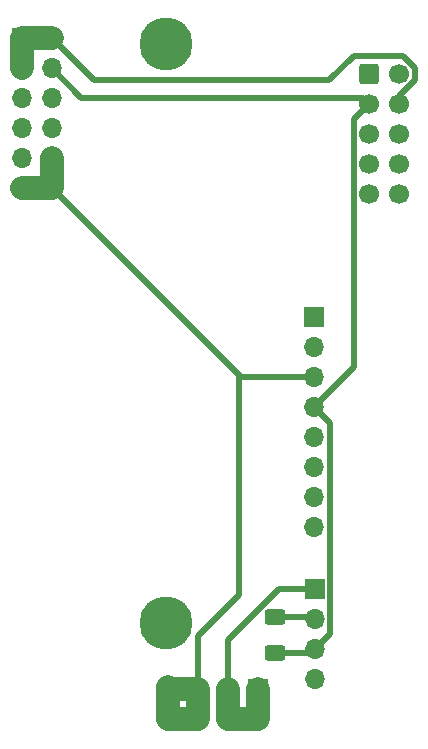
<source format=gbr>
%TF.GenerationSoftware,KiCad,Pcbnew,8.0.6*%
%TF.CreationDate,2025-02-12T12:21:41-05:00*%
%TF.ProjectId,prog,70726f67-2e6b-4696-9361-645f70636258,rev?*%
%TF.SameCoordinates,Original*%
%TF.FileFunction,Copper,L1,Top*%
%TF.FilePolarity,Positive*%
%FSLAX46Y46*%
G04 Gerber Fmt 4.6, Leading zero omitted, Abs format (unit mm)*
G04 Created by KiCad (PCBNEW 8.0.6) date 2025-02-12 12:21:41*
%MOMM*%
%LPD*%
G01*
G04 APERTURE LIST*
G04 Aperture macros list*
%AMRoundRect*
0 Rectangle with rounded corners*
0 $1 Rounding radius*
0 $2 $3 $4 $5 $6 $7 $8 $9 X,Y pos of 4 corners*
0 Add a 4 corners polygon primitive as box body*
4,1,4,$2,$3,$4,$5,$6,$7,$8,$9,$2,$3,0*
0 Add four circle primitives for the rounded corners*
1,1,$1+$1,$2,$3*
1,1,$1+$1,$4,$5*
1,1,$1+$1,$6,$7*
1,1,$1+$1,$8,$9*
0 Add four rect primitives between the rounded corners*
20,1,$1+$1,$2,$3,$4,$5,0*
20,1,$1+$1,$4,$5,$6,$7,0*
20,1,$1+$1,$6,$7,$8,$9,0*
20,1,$1+$1,$8,$9,$2,$3,0*%
G04 Aperture macros list end*
%TA.AperFunction,ComponentPad*%
%ADD10R,1.700000X1.700000*%
%TD*%
%TA.AperFunction,ComponentPad*%
%ADD11O,1.700000X1.700000*%
%TD*%
%TA.AperFunction,ComponentPad*%
%ADD12RoundRect,0.250000X-0.600000X-0.600000X0.600000X-0.600000X0.600000X0.600000X-0.600000X0.600000X0*%
%TD*%
%TA.AperFunction,ComponentPad*%
%ADD13C,1.700000*%
%TD*%
%TA.AperFunction,SMDPad,CuDef*%
%ADD14RoundRect,0.250000X-0.625000X0.400000X-0.625000X-0.400000X0.625000X-0.400000X0.625000X0.400000X0*%
%TD*%
%TA.AperFunction,ComponentPad*%
%ADD15C,4.500000*%
%TD*%
%TA.AperFunction,Conductor*%
%ADD16C,2.000000*%
%TD*%
%TA.AperFunction,Conductor*%
%ADD17C,0.500000*%
%TD*%
G04 APERTURE END LIST*
D10*
%TO.P,J14,1,Pin_1*%
%TO.N,VCC*%
X124000000Y-98100000D03*
D11*
%TO.P,J14,2,Pin_2*%
X124000000Y-100640000D03*
%TO.P,J14,3,Pin_3*%
X121460000Y-98100000D03*
%TO.P,J14,4,Pin_4*%
X121460000Y-100640000D03*
%TO.P,J14,5,Pin_5*%
%TO.N,GND*%
X118920000Y-98100000D03*
%TO.P,J14,6,Pin_6*%
X118920000Y-100640000D03*
%TO.P,J14,7,Pin_7*%
X116380000Y-98100000D03*
%TO.P,J14,8,Pin_8*%
X116380000Y-100640000D03*
%TD*%
D10*
%TO.P,J1,1,Pin_1*%
%TO.N,unconnected-(J1-Pin_1-Pad1)*%
X128750000Y-66570000D03*
D11*
%TO.P,J1,2,Pin_2*%
%TO.N,VCC*%
X128750000Y-69110000D03*
%TO.P,J1,3,Pin_3*%
%TO.N,GND*%
X128750000Y-71650000D03*
%TO.P,J1,4,Pin_4*%
%TO.N,Signal*%
X128750000Y-74190000D03*
%TO.P,J1,5,Pin_5*%
%TO.N,unconnected-(J1-Pin_5-Pad5)*%
X128750000Y-76730000D03*
%TO.P,J1,6,Pin_6*%
%TO.N,unconnected-(J1-Pin_6-Pad6)*%
X128750000Y-79270000D03*
%TO.P,J1,7,Pin_7*%
%TO.N,unconnected-(J1-Pin_7-Pad7)*%
X128750000Y-81810000D03*
%TO.P,J1,8,Pin_8*%
%TO.N,unconnected-(J1-Pin_8-Pad8)*%
X128750000Y-84350000D03*
%TD*%
D12*
%TO.P,J2,1,Pin_1*%
%TO.N,unconnected-(J2-Pin_1-Pad1)*%
X133450000Y-45990000D03*
D13*
%TO.P,J2,2,Pin_2*%
%TO.N,GND*%
X135990000Y-45990000D03*
%TO.P,J2,3,Pin_3*%
%TO.N,Signal*%
X133450000Y-48530000D03*
%TO.P,J2,4,Pin_4*%
%TO.N,VCC*%
X135990000Y-48530000D03*
%TO.P,J2,5,Pin_5*%
%TO.N,unconnected-(J2-Pin_5-Pad5)*%
X133450000Y-51070000D03*
%TO.P,J2,6,Pin_6*%
%TO.N,unconnected-(J2-Pin_6-Pad6)*%
X135990000Y-51070000D03*
%TO.P,J2,7,Pin_7*%
%TO.N,unconnected-(J2-Pin_7-Pad7)*%
X133450000Y-53610000D03*
%TO.P,J2,8,Pin_8*%
%TO.N,unconnected-(J2-Pin_8-Pad8)*%
X135990000Y-53610000D03*
%TO.P,J2,9,Pin_9*%
%TO.N,unconnected-(J2-Pin_9-Pad9)*%
X133450000Y-56150000D03*
%TO.P,J2,10,Pin_10*%
%TO.N,unconnected-(J2-Pin_10-Pad10)*%
X135990000Y-56150000D03*
%TD*%
D10*
%TO.P,J11,1,Pin_1*%
%TO.N,VCC*%
X104050000Y-42975000D03*
D11*
%TO.P,J11,2,Pin_2*%
X106590000Y-42975000D03*
%TO.P,J11,3,Pin_3*%
X104050000Y-45515000D03*
%TO.P,J11,4,Pin_4*%
%TO.N,Signal*%
X106590000Y-45515000D03*
%TO.P,J11,5,Pin_5*%
%TO.N,unconnected-(J11-Pin_5-Pad5)*%
X104050000Y-48055000D03*
%TO.P,J11,6,Pin_6*%
%TO.N,unconnected-(J11-Pin_6-Pad6)*%
X106590000Y-48055000D03*
%TO.P,J11,7,Pin_7*%
%TO.N,Red*%
X104050000Y-50595000D03*
%TO.P,J11,8,Pin_8*%
%TO.N,Green*%
X106590000Y-50595000D03*
%TO.P,J11,9,Pin_9*%
%TO.N,Blue*%
X104050000Y-53135000D03*
%TO.P,J11,10,Pin_10*%
%TO.N,GND*%
X106590000Y-53135000D03*
%TO.P,J11,11,Pin_11*%
X104050000Y-55675000D03*
%TO.P,J11,12,Pin_12*%
X106590000Y-55675000D03*
%TD*%
D14*
%TO.P,R1,1*%
%TO.N,Net-(J3-Pin_2)*%
X125450000Y-91950000D03*
%TO.P,R1,2*%
%TO.N,Signal*%
X125450000Y-95050000D03*
%TD*%
D15*
%TO.P,H5,1*%
%TO.N,N/C*%
X116200000Y-92480000D03*
%TD*%
D10*
%TO.P,J3,1,Pin_1*%
%TO.N,VCC*%
X128825000Y-89600000D03*
D11*
%TO.P,J3,2,Pin_2*%
%TO.N,Net-(J3-Pin_2)*%
X128825000Y-92140000D03*
%TO.P,J3,3,Pin_3*%
%TO.N,Signal*%
X128825000Y-94680000D03*
%TO.P,J3,4,Pin_4*%
%TO.N,GND*%
X128825000Y-97220000D03*
%TD*%
D15*
%TO.P,H1,1*%
%TO.N,N/C*%
X116200000Y-43480000D03*
%TD*%
D16*
%TO.N,GND*%
X118920000Y-100640000D02*
X116380000Y-100640000D01*
X116380000Y-98100000D02*
X116380000Y-100640000D01*
D17*
X118920000Y-93578377D02*
X118920000Y-98100000D01*
D16*
X116380000Y-98100000D02*
X118920000Y-98100000D01*
D17*
X128750000Y-71650000D02*
X122565000Y-71650000D01*
D16*
X118920000Y-98100000D02*
X118920000Y-100640000D01*
D17*
X122382500Y-71467500D02*
X106590000Y-55675000D01*
D16*
X106590000Y-55675000D02*
X106590000Y-53135000D01*
D17*
X122565000Y-71650000D02*
X122382500Y-71467500D01*
X122382500Y-90115877D02*
X118920000Y-93578377D01*
D16*
X104050000Y-55675000D02*
X106590000Y-55675000D01*
D17*
X122382500Y-71467500D02*
X122382500Y-90115877D01*
D16*
X116380000Y-100640000D02*
X116380000Y-97880000D01*
D17*
%TO.N,Signal*%
X130125000Y-93380000D02*
X128825000Y-94680000D01*
X132150000Y-49830000D02*
X133450000Y-48530000D01*
X133450000Y-48530000D02*
X132920000Y-48000000D01*
X125450000Y-95050000D02*
X128455000Y-95050000D01*
X132150000Y-70790000D02*
X132150000Y-49830000D01*
X128750000Y-74190000D02*
X130125000Y-75565000D01*
X109075000Y-48000000D02*
X106590000Y-45515000D01*
X128455000Y-95050000D02*
X128825000Y-94680000D01*
X128750000Y-74190000D02*
X132150000Y-70790000D01*
X130125000Y-75565000D02*
X130125000Y-93380000D01*
X132920000Y-48000000D02*
X109075000Y-48000000D01*
D16*
%TO.N,VCC*%
X104050000Y-42975000D02*
X104050000Y-45515000D01*
D17*
X135990000Y-47828478D02*
X137290000Y-46528478D01*
X137290000Y-45451522D02*
X136288478Y-44450000D01*
X135990000Y-48530000D02*
X135990000Y-47828478D01*
X125778122Y-89600000D02*
X121460000Y-93918122D01*
X121460000Y-93918122D02*
X121460000Y-98100000D01*
D16*
X121460000Y-98100000D02*
X121460000Y-100640000D01*
X106590000Y-42975000D02*
X104050000Y-42975000D01*
D17*
X132150000Y-44450000D02*
X130050000Y-46550000D01*
X128825000Y-89600000D02*
X125778122Y-89600000D01*
X136288478Y-44450000D02*
X132150000Y-44450000D01*
X137290000Y-46528478D02*
X137290000Y-45451522D01*
X130050000Y-46550000D02*
X110165000Y-46550000D01*
D16*
X124000000Y-100640000D02*
X124000000Y-98100000D01*
X124000000Y-100640000D02*
X121460000Y-100640000D01*
D17*
X110165000Y-46550000D02*
X106590000Y-42975000D01*
%TO.N,Net-(J3-Pin_2)*%
X128635000Y-91950000D02*
X128825000Y-92140000D01*
X125450000Y-91950000D02*
X128635000Y-91950000D01*
%TD*%
M02*

</source>
